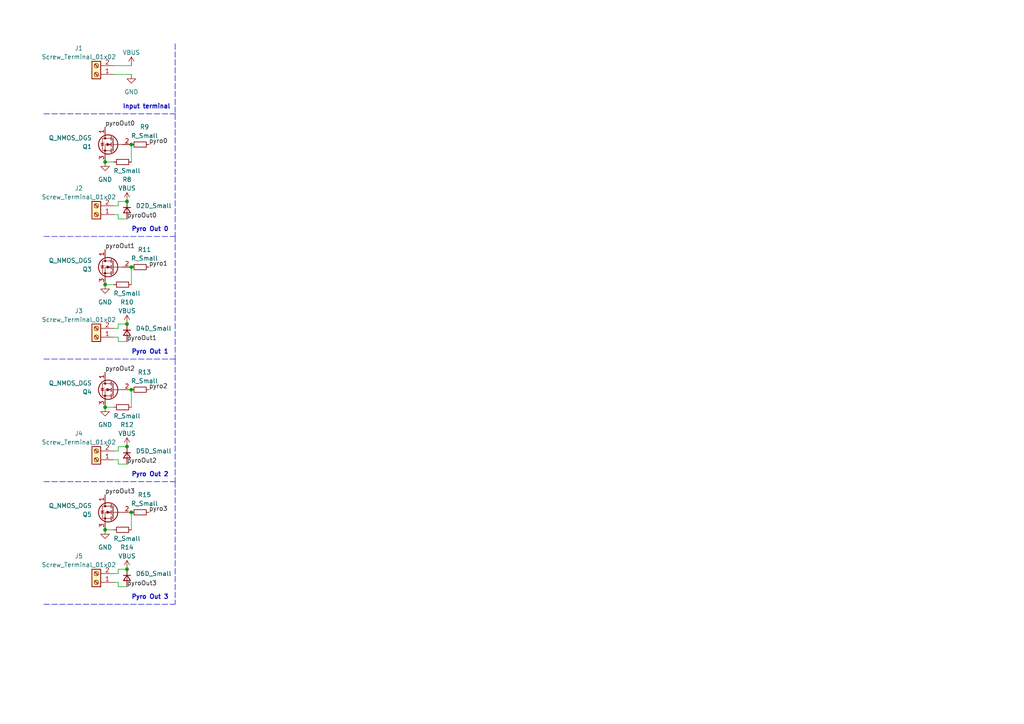
<source format=kicad_sch>
(kicad_sch (version 20230121) (generator eeschema)
  (paper "A4")
  (lib_symbols
    (symbol "Connector:Screw_Terminal_01x02" (pin_names (offset 1.016) hide)
      (property "Reference" "J" (at 0 2.54 0))
      (property "Value" "Screw_Terminal_01x02" (at 0 -5.08 0))
      (symbol "Screw_Terminal_01x02_1_1"
        (rectangle (start -1.27 1.27) (end 1.27 -3.81) (stroke (width 0.254)) (fill (type background)))
        (circle (center 0 -2.54) (radius 0.635) (stroke (width 0.1524)))
        (polyline (pts (xy -0.5334 -2.2098) (xy 0.3302 -3.048)) (stroke (width 0.1524)))
        (polyline (pts (xy -0.5334 0.3302) (xy 0.3302 -0.508)) (stroke (width 0.1524)))
        (polyline (pts (xy -0.3556 -2.032) (xy 0.508 -2.8702)) (stroke (width 0.1524)))
        (polyline (pts (xy -0.3556 0.508) (xy 0.508 -0.3302)) (stroke (width 0.1524)))
        (circle (center 0 0) (radius 0.635) (stroke (width 0.1524)))
        (pin passive line (at -5.08 0 0) (length 3.81) (name "Pin_1") (number "1"))
        (pin passive line (at -5.08 -2.54 0) (length 3.81) (name "Pin_2") (number "2"))
      )
    )
    (symbol "Device:D_Small" (pin_numbers hide) (pin_names (offset 0.254) hide)
      (property "Reference" "D" (at -1.27 2.032 0))
      (property "Value" "D_Small" (at -3.81 -2.032 0))
      (symbol "D_Small_0_1"
        (polyline (pts (xy -0.762 -1.016) (xy -0.762 1.016)) (stroke (width 0.254)))
        (polyline (pts (xy -0.762 0) (xy 0.762 0)))
        (polyline (pts (xy 0.762 -1.016) (xy -0.762 0) (xy 0.762 1.016) (xy 0.762 -1.016)) (stroke (width 0.254)))
      )
      (symbol "D_Small_1_1"
        (pin passive line (at -2.54 0 0) (length 1.778) (name "K") (number "1"))
        (pin passive line (at 2.54 0 180) (length 1.778) (name "A") (number "2"))
      )
    )
    (symbol "Device:Q_NMOS_DGS" (pin_names (offset 0) hide)
      (property "Reference" "Q" (at 5.08 1.27 0))
      (property "Value" "Q_NMOS_DGS" (at 5.08 -1.27 0))
      (symbol "Q_NMOS_DGS_0_1"
        (polyline (pts (xy 0.254 0) (xy -2.54 0)))
        (polyline (pts (xy 0.254 1.905) (xy 0.254 -1.905)) (stroke (width 0.254)))
        (polyline (pts (xy 0.762 -1.27) (xy 0.762 -2.286)) (stroke (width 0.254)))
        (polyline (pts (xy 0.762 0.508) (xy 0.762 -0.508)) (stroke (width 0.254)))
        (polyline (pts (xy 0.762 2.286) (xy 0.762 1.27)) (stroke (width 0.254)))
        (polyline (pts (xy 2.54 2.54) (xy 2.54 1.778)))
        (polyline (pts (xy 2.54 -2.54) (xy 2.54 0) (xy 0.762 0)))
        (polyline (pts (xy 0.762 -1.778) (xy 3.302 -1.778) (xy 3.302 1.778) (xy 0.762 1.778)))
        (polyline (pts (xy 1.016 0) (xy 2.032 0.381) (xy 2.032 -0.381) (xy 1.016 0)) (fill (type outline)))
        (polyline (pts (xy 2.794 0.508) (xy 2.921 0.381) (xy 3.683 0.381) (xy 3.81 0.254)))
        (polyline (pts (xy 3.302 0.381) (xy 2.921 -0.254) (xy 3.683 -0.254) (xy 3.302 0.381)))
        (circle (center 1.651 0) (radius 2.794) (stroke (width 0.254)))
        (circle (center 2.54 -1.778) (radius 0.254) (fill (type outline)))
        (circle (center 2.54 1.778) (radius 0.254) (fill (type outline)))
      )
      (symbol "Q_NMOS_DGS_1_1"
        (pin passive line (at 2.54 5.08 270) (length 2.54) (name "D") (number "1"))
        (pin input line (at -5.08 0 0) (length 2.54) (name "G") (number "2"))
        (pin passive line (at 2.54 -5.08 90) (length 2.54) (name "S") (number "3"))
      )
    )
    (symbol "Device:R_Small" (pin_numbers hide) (pin_names (offset 0.254) hide)
      (property "Reference" "R" (at 0.762 0.508 0))
      (property "Value" "R_Small" (at 0.762 -1.016 0))
      (symbol "R_Small_0_1"
        (rectangle (start -0.762 1.778) (end 0.762 -1.778) (stroke (width 0.2032)))
      )
      (symbol "R_Small_1_1"
        (pin passive line (at 0 2.54 270) (length 0.762) (name "~") (number "1"))
        (pin passive line (at 0 -2.54 90) (length 0.762) (name "~") (number "2"))
      )
    )
    (symbol "power:GND" (power) (pin_names (offset 0))
      (property "Value" "GND" (at 0 -3.81 0))
      (symbol "GND_0_1"
        (polyline (pts (xy 0 0) (xy 0 -1.27) (xy 1.27 -1.27) (xy 0 -2.54) (xy -1.27 -1.27) (xy 0 -1.27)))
      )
      (symbol "GND_1_1"
        (pin power_in line (at 0 0 270) (length 0) hide (name "GND") (number "1"))
      )
    )
    (symbol "power:VBUS" (power) (pin_names (offset 0))
      (property "Value" "VBUS" (at 0 3.81 0))
      (symbol "VBUS_0_1"
        (polyline (pts (xy -0.762 1.27) (xy 0 2.54)))
        (polyline (pts (xy 0 0) (xy 0 2.54)))
        (polyline (pts (xy 0 2.54) (xy 0.762 1.27)))
      )
      (symbol "VBUS_1_1"
        (pin power_in line (at 0 0 90) (length 0) hide (name "VBUS") (number "1"))
      )
    )
  )
  (junction (at 36.83 165.1))
  (junction (at 38.1 113.03))
  (junction (at 36.83 129.54))
  (junction (at 38.1 41.91))
  (junction (at 36.83 58.42))
  (junction (at 38.1 77.47))
  (junction (at 30.48 118.11))
  (junction (at 30.48 153.67))
  (junction (at 38.1 148.59))
  (junction (at 30.48 46.99))
  (junction (at 36.83 93.98))
  (junction (at 30.48 82.55))
  (wire (pts (xy 33.02 46.99) (xy 30.48 46.99)))
  (wire (pts (xy 38.1 77.47) (xy 38.1 82.55)))
  (wire (pts (xy 33.02 95.25) (xy 34.29 95.25)))
  (wire (pts (xy 34.29 93.98) (xy 36.83 93.98)))
  (polyline (pts (xy 12.7 104.14) (xy 50.8 104.14)) (stroke (width 0) (type dash)))
  (polyline (pts (xy 50.8 33.02) (xy 50.8 68.58)) (stroke (width 0) (type dash)))
  (wire (pts (xy 34.29 95.25) (xy 34.29 93.98)))
  (polyline (pts (xy 50.8 12.7) (xy 50.8 33.02)) (stroke (width 0) (type dash)))
  (wire (pts (xy 34.29 99.06) (xy 36.83 99.06)))
  (wire (pts (xy 34.29 168.91) (xy 34.29 170.18)))
  (wire (pts (xy 33.02 118.11) (xy 30.48 118.11)))
  (polyline (pts (xy 12.7 139.7) (xy 50.8 139.7)) (stroke (width 0) (type dash)))
  (wire (pts (xy 33.02 62.23) (xy 34.29 62.23)))
  (polyline (pts (xy 12.7 33.02) (xy 50.8 33.02)) (stroke (width 0) (type dash)))
  (polyline (pts (xy 50.8 139.7) (xy 50.8 175.26)) (stroke (width 0) (type dash)))
  (wire (pts (xy 33.02 168.91) (xy 34.29 168.91)))
  (wire (pts (xy 38.1 41.91) (xy 38.1 46.99)))
  (wire (pts (xy 34.29 166.37) (xy 34.29 165.1)))
  (wire (pts (xy 34.29 58.42) (xy 36.83 58.42)))
  (wire (pts (xy 34.29 97.79) (xy 34.29 99.06)))
  (wire (pts (xy 33.02 21.59) (xy 38.1 21.59)))
  (wire (pts (xy 33.02 133.35) (xy 34.29 133.35)))
  (wire (pts (xy 34.29 129.54) (xy 36.83 129.54)))
  (wire (pts (xy 33.02 166.37) (xy 34.29 166.37)))
  (wire (pts (xy 34.29 165.1) (xy 36.83 165.1)))
  (wire (pts (xy 34.29 134.62) (xy 36.83 134.62)))
  (wire (pts (xy 38.1 113.03) (xy 38.1 118.11)))
  (wire (pts (xy 34.29 62.23) (xy 34.29 63.5)))
  (wire (pts (xy 34.29 59.69) (xy 34.29 58.42)))
  (wire (pts (xy 34.29 63.5) (xy 36.83 63.5)))
  (wire (pts (xy 34.29 133.35) (xy 34.29 134.62)))
  (polyline (pts (xy 12.7 175.26) (xy 50.8 175.26)) (stroke (width 0) (type dash)))
  (wire (pts (xy 38.1 148.59) (xy 38.1 153.67)))
  (polyline (pts (xy 50.8 68.58) (xy 50.8 104.14)) (stroke (width 0) (type dash)))
  (wire (pts (xy 33.02 19.05) (xy 38.1 19.05)))
  (wire (pts (xy 33.02 97.79) (xy 34.29 97.79)))
  (wire (pts (xy 34.29 130.81) (xy 34.29 129.54)))
  (wire (pts (xy 33.02 82.55) (xy 30.48 82.55)))
  (polyline (pts (xy 12.7 68.58) (xy 50.8 68.58)) (stroke (width 0) (type dash)))
  (wire (pts (xy 33.02 59.69) (xy 34.29 59.69)))
  (polyline (pts (xy 50.8 104.14) (xy 50.8 139.7)) (stroke (width 0) (type dash)))
  (wire (pts (xy 33.02 130.81) (xy 34.29 130.81)))
  (wire (pts (xy 34.29 170.18) (xy 36.83 170.18)))
  (wire (pts (xy 33.02 153.67) (xy 30.48 153.67)))
  (text "Pyro Out 1" (at 38.1 102.87 0) (effects (font (size 1.27 1.27) (thickness 0.254) bold) (justify left bottom)))
  (text "Pyro Out 0" (at 38.1 67.31 0) (effects (font (size 1.27 1.27) (thickness 0.254) bold) (justify left bottom)))
  (text "Pyro Out 3" (at 38.1 173.99 0) (effects (font (size 1.27 1.27) (thickness 0.254) bold) (justify left bottom)))
  (text "Pyro Out 2" (at 38.1 138.43 0) (effects (font (size 1.27 1.27) (thickness 0.254) bold) (justify left bottom)))
  (text "Input terminal" (at 35.56 31.75 0) (effects (font (size 1.27 1.27) (thickness 0.254) bold) (justify left bottom)))
  (label "pyroOut2" (at 36.83 134.62 0))
  (label "pyroOut1" (at 30.48 72.39 0))
  (label "pyroOut0" (at 36.83 63.5 0))
  (label "pyro3" (at 43.18 148.59 0))
  (label "pyro0" (at 43.18 41.91 0))
  (label "pyro1" (at 43.18 77.47 0))
  (label "pyro2" (at 43.18 113.03 0))
  (label "pyroOut1" (at 36.83 99.06 0))
  (label "pyroOut3" (at 36.83 170.18 0))
  (label "pyroOut3" (at 30.48 143.51 0))
  (label "pyroOut2" (at 30.48 107.95 0))
  (label "pyroOut0" (at 30.48 36.83 0))
  (symbol (lib_id "Connector:Screw_Terminal_01x02") (at 27.94 97.79 180) (unit 1)
    (property "Reference" "J3" (at 22.86 90.17 0))
    (property "Value" "Screw_Terminal_01x02" (at 22.86 92.71 0))
  )
  (symbol (lib_id "Device:R_Small") (at 40.64 113.03 90) (unit 1)
    (property "Reference" "R13" (at 41.91 107.95 90))
    (property "Value" "R_Small" (at 41.91 110.49 90))
  )
  (symbol (lib_id "Device:Q_NMOS_DGS") (at 33.02 77.47 0) (mirror y) (unit 1)
    (property "Reference" "Q3" (at 26.67 78.105 0) (effects (justify left)))
    (property "Value" "Q_NMOS_DGS" (at 26.67 75.565 0) (effects (justify left)))
  )
  (symbol (lib_id "Device:R_Small") (at 40.64 41.91 90) (unit 1)
    (property "Reference" "R9" (at 41.91 36.83 90))
    (property "Value" "R_Small" (at 41.91 39.37 90))
  )
  (symbol (lib_id "Connector:Screw_Terminal_01x02") (at 27.94 133.35 180) (unit 1)
    (property "Reference" "J4" (at 22.86 125.73 0))
    (property "Value" "Screw_Terminal_01x02" (at 22.86 128.27 0))
  )
  (symbol (lib_id "power:VBUS") (at 36.83 165.1 0) (unit 1)
    (property "Reference" "#PWR025" (effects hide))
    (property "Value" "VBUS" (at 36.83 161.29 0))
  )
  (symbol (lib_id "Device:R_Small") (at 40.64 148.59 90) (unit 1)
    (property "Reference" "R15" (at 41.91 143.51 90))
    (property "Value" "R_Small" (at 41.91 146.05 90))
  )
  (symbol (lib_id "Device:Q_NMOS_DGS") (at 33.02 41.91 0) (mirror y) (unit 1)
    (property "Reference" "Q1" (at 26.67 42.545 0) (effects (justify left)))
    (property "Value" "Q_NMOS_DGS" (at 26.67 40.005 0) (effects (justify left)))
  )
  (symbol (lib_id "power:GND") (at 38.1 21.59 0) (unit 1)
    (property "Reference" "#PWR017" (effects hide))
    (property "Value" "GND" (at 38.1 26.67 0))
  )
  (symbol (lib_id "Device:D_Small") (at 36.83 167.64 270) (unit 1)
    (property "Reference" "D6" (at 39.37 166.37 90) (effects (justify left)))
    (property "Value" "D_Small" (at 41.91 166.37 90) (effects (justify left)))
    (property "Sim.Device" "D" (effects hide))
    (property "Sim.Pins" "1=K 2=A" (effects hide))
  )
  (symbol (lib_id "power:GND") (at 30.48 46.99 0) (unit 1)
    (property "Reference" "#PWR018" (effects hide))
    (property "Value" "GND" (at 30.48 52.07 0))
  )
  (symbol (lib_id "Device:R_Small") (at 40.64 77.47 90) (unit 1)
    (property "Reference" "R11" (at 41.91 72.39 90))
    (property "Value" "R_Small" (at 41.91 74.93 90))
  )
  (symbol (lib_id "Connector:Screw_Terminal_01x02") (at 27.94 21.59 180) (unit 1)
    (property "Reference" "J1" (at 22.86 13.97 0))
    (property "Value" "Screw_Terminal_01x02" (at 22.86 16.51 0))
  )
  (symbol (lib_id "power:VBUS") (at 38.1 19.05 0) (unit 1)
    (property "Reference" "#PWR016" (effects hide))
    (property "Value" "VBUS" (at 38.1 15.24 0))
  )
  (symbol (lib_id "power:GND") (at 30.48 82.55 0) (unit 1)
    (property "Reference" "#PWR020" (effects hide))
    (property "Value" "GND" (at 30.48 87.63 0))
  )
  (symbol (lib_id "Connector:Screw_Terminal_01x02") (at 27.94 62.23 180) (unit 1)
    (property "Reference" "J2" (at 22.86 54.61 0))
    (property "Value" "Screw_Terminal_01x02" (at 22.86 57.15 0))
  )
  (symbol (lib_id "Device:D_Small") (at 36.83 60.96 270) (unit 1)
    (property "Reference" "D2" (at 39.37 59.69 90) (effects (justify left)))
    (property "Value" "D_Small" (at 41.91 59.69 90) (effects (justify left)))
    (property "Sim.Device" "D" (effects hide))
    (property "Sim.Pins" "1=K 2=A" (effects hide))
  )
  (symbol (lib_id "Connector:Screw_Terminal_01x02") (at 27.94 168.91 180) (unit 1)
    (property "Reference" "J5" (at 22.86 161.29 0))
    (property "Value" "Screw_Terminal_01x02" (at 22.86 163.83 0))
  )
  (symbol (lib_id "Device:R_Small") (at 35.56 118.11 90) (mirror x) (unit 1)
    (property "Reference" "R12" (at 36.83 123.19 90))
    (property "Value" "R_Small" (at 36.83 120.65 90))
  )
  (symbol (lib_id "Device:D_Small") (at 36.83 96.52 270) (unit 1)
    (property "Reference" "D4" (at 39.37 95.25 90) (effects (justify left)))
    (property "Value" "D_Small" (at 41.91 95.25 90) (effects (justify left)))
    (property "Sim.Device" "D" (effects hide))
    (property "Sim.Pins" "1=K 2=A" (effects hide))
  )
  (symbol (lib_id "Device:R_Small") (at 35.56 46.99 90) (mirror x) (unit 1)
    (property "Reference" "R8" (at 36.83 52.07 90))
    (property "Value" "R_Small" (at 36.83 49.53 90))
  )
  (symbol (lib_id "power:GND") (at 30.48 153.67 0) (unit 1)
    (property "Reference" "#PWR024" (effects hide))
    (property "Value" "GND" (at 30.48 158.75 0))
  )
  (symbol (lib_id "Device:R_Small") (at 35.56 153.67 90) (mirror x) (unit 1)
    (property "Reference" "R14" (at 36.83 158.75 90))
    (property "Value" "R_Small" (at 36.83 156.21 90))
  )
  (symbol (lib_id "Device:Q_NMOS_DGS") (at 33.02 113.03 0) (mirror y) (unit 1)
    (property "Reference" "Q4" (at 26.67 113.665 0) (effects (justify left)))
    (property "Value" "Q_NMOS_DGS" (at 26.67 111.125 0) (effects (justify left)))
  )
  (symbol (lib_id "power:VBUS") (at 36.83 58.42 0) (unit 1)
    (property "Reference" "#PWR019" (effects hide))
    (property "Value" "VBUS" (at 36.83 54.61 0))
  )
  (symbol (lib_id "Device:D_Small") (at 36.83 132.08 270) (unit 1)
    (property "Reference" "D5" (at 39.37 130.81 90) (effects (justify left)))
    (property "Value" "D_Small" (at 41.91 130.81 90) (effects (justify left)))
    (property "Sim.Device" "D" (effects hide))
    (property "Sim.Pins" "1=K 2=A" (effects hide))
  )
  (symbol (lib_id "power:VBUS") (at 36.83 129.54 0) (unit 1)
    (property "Reference" "#PWR023" (effects hide))
    (property "Value" "VBUS" (at 36.83 125.73 0))
  )
  (symbol (lib_id "power:GND") (at 30.48 118.11 0) (unit 1)
    (property "Reference" "#PWR022" (effects hide))
    (property "Value" "GND" (at 30.48 123.19 0))
  )
  (symbol (lib_id "Device:R_Small") (at 35.56 82.55 90) (mirror x) (unit 1)
    (property "Reference" "R10" (at 36.83 87.63 90))
    (property "Value" "R_Small" (at 36.83 85.09 90))
  )
  (symbol (lib_id "power:VBUS") (at 36.83 93.98 0) (unit 1)
    (property "Reference" "#PWR021" (effects hide))
    (property "Value" "VBUS" (at 36.83 90.17 0))
  )
  (symbol (lib_id "Device:Q_NMOS_DGS") (at 33.02 148.59 0) (mirror y) (unit 1)
    (property "Reference" "Q5" (at 26.67 149.225 0) (effects (justify left)))
    (property "Value" "Q_NMOS_DGS" (at 26.67 146.685 0) (effects (justify left)))
  )
)
</source>
